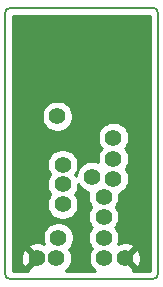
<source format=gbl>
%TF.GenerationSoftware,KiCad,Pcbnew,(6.0.0-rc1-dev-1-g01c5bdfb8)*%
%TF.CreationDate,2019-02-26T15:43:23+01:00*%
%TF.ProjectId,printhead_connector,7072696E74686561645F636F6E6E6563,rev?*%
%TF.SameCoordinates,Original*%
%TF.FileFunction,Copper,L2,Bot,Signal*%
%TF.FilePolarity,Positive*%
%FSLAX46Y46*%
G04 Gerber Fmt 4.6, Leading zero omitted, Abs format (unit mm)*
G04 Created by KiCad (PCBNEW (6.0.0-rc1-dev-1-g01c5bdfb8)) date Tue Feb 26 15:43:23 2019*
%MOMM*%
%LPD*%
G01*
G04 APERTURE LIST*
%ADD10C,0.150000*%
%ADD11C,1.400000*%
%ADD12C,0.254000*%
G04 APERTURE END LIST*
D10*
X93500000Y-85500000D02*
G75*
G02X94000000Y-85000000I500000J0D01*
G01*
X106000000Y-85000000D02*
G75*
G02X106500000Y-85500000I0J-500000D01*
G01*
X106500000Y-107500000D02*
G75*
G02X106000000Y-108000000I-500000J0D01*
G01*
X94000000Y-108000000D02*
G75*
G02X93500000Y-107500000I0J500000D01*
G01*
X93500000Y-107500000D02*
X93500000Y-85500000D01*
X106000000Y-108000000D02*
X94000000Y-108000000D01*
X106500000Y-85500000D02*
X106500000Y-107500000D01*
X94000000Y-85000000D02*
X106000000Y-85000000D01*
D11*
X103690000Y-106200000D03*
X101940000Y-106200000D03*
X101860000Y-104480000D03*
X101860000Y-102700000D03*
X101860000Y-101000000D03*
X100880000Y-99300000D03*
X102700000Y-99500000D03*
X102700000Y-97800000D03*
X102700000Y-96000000D03*
X97950000Y-94200000D03*
X98390000Y-98300000D03*
X98390000Y-99940000D03*
X98390000Y-101650000D03*
X98030000Y-104480000D03*
X97870000Y-106200000D03*
X96200000Y-106200000D03*
D12*
G36*
X105790001Y-107290000D02*
X104388746Y-107290000D01*
X104431664Y-107121269D01*
X103690000Y-106379605D01*
X103675858Y-106393748D01*
X103496253Y-106214143D01*
X103510395Y-106200000D01*
X103869605Y-106200000D01*
X104611269Y-106941664D01*
X104845037Y-106882203D01*
X104955934Y-106643758D01*
X105018183Y-106388260D01*
X105029390Y-106125527D01*
X104989125Y-105865656D01*
X104898935Y-105618634D01*
X104845037Y-105517797D01*
X104611269Y-105458336D01*
X103869605Y-106200000D01*
X103510395Y-106200000D01*
X103496253Y-106185858D01*
X103675858Y-106006253D01*
X103690000Y-106020395D01*
X104431664Y-105278731D01*
X104372203Y-105044963D01*
X104133758Y-104934066D01*
X103878260Y-104871817D01*
X103615527Y-104860610D01*
X103355656Y-104900875D01*
X103108634Y-104991065D01*
X103088943Y-105001590D01*
X103143696Y-104869405D01*
X103195000Y-104611486D01*
X103195000Y-104348514D01*
X103143696Y-104090595D01*
X103043061Y-103847641D01*
X102896962Y-103628987D01*
X102857975Y-103590000D01*
X102896962Y-103551013D01*
X103043061Y-103332359D01*
X103143696Y-103089405D01*
X103195000Y-102831486D01*
X103195000Y-102568514D01*
X103143696Y-102310595D01*
X103043061Y-102067641D01*
X102897639Y-101850000D01*
X103043061Y-101632359D01*
X103143696Y-101389405D01*
X103195000Y-101131486D01*
X103195000Y-100868514D01*
X103171375Y-100749743D01*
X103332359Y-100683061D01*
X103551013Y-100536962D01*
X103736962Y-100351013D01*
X103883061Y-100132359D01*
X103983696Y-99889405D01*
X104035000Y-99631486D01*
X104035000Y-99368514D01*
X103983696Y-99110595D01*
X103883061Y-98867641D01*
X103737639Y-98650000D01*
X103883061Y-98432359D01*
X103983696Y-98189405D01*
X104035000Y-97931486D01*
X104035000Y-97668514D01*
X103983696Y-97410595D01*
X103883061Y-97167641D01*
X103736962Y-96948987D01*
X103687975Y-96900000D01*
X103736962Y-96851013D01*
X103883061Y-96632359D01*
X103983696Y-96389405D01*
X104035000Y-96131486D01*
X104035000Y-95868514D01*
X103983696Y-95610595D01*
X103883061Y-95367641D01*
X103736962Y-95148987D01*
X103551013Y-94963038D01*
X103332359Y-94816939D01*
X103089405Y-94716304D01*
X102831486Y-94665000D01*
X102568514Y-94665000D01*
X102310595Y-94716304D01*
X102067641Y-94816939D01*
X101848987Y-94963038D01*
X101663038Y-95148987D01*
X101516939Y-95367641D01*
X101416304Y-95610595D01*
X101365000Y-95868514D01*
X101365000Y-96131486D01*
X101416304Y-96389405D01*
X101516939Y-96632359D01*
X101663038Y-96851013D01*
X101712025Y-96900000D01*
X101663038Y-96948987D01*
X101516939Y-97167641D01*
X101416304Y-97410595D01*
X101365000Y-97668514D01*
X101365000Y-97931486D01*
X101391970Y-98067072D01*
X101269405Y-98016304D01*
X101011486Y-97965000D01*
X100748514Y-97965000D01*
X100490595Y-98016304D01*
X100247641Y-98116939D01*
X100028987Y-98263038D01*
X99843038Y-98448987D01*
X99696939Y-98667641D01*
X99596304Y-98910595D01*
X99545000Y-99168514D01*
X99545000Y-99265644D01*
X99447684Y-99120000D01*
X99573061Y-98932359D01*
X99673696Y-98689405D01*
X99725000Y-98431486D01*
X99725000Y-98168514D01*
X99673696Y-97910595D01*
X99573061Y-97667641D01*
X99426962Y-97448987D01*
X99241013Y-97263038D01*
X99022359Y-97116939D01*
X98779405Y-97016304D01*
X98521486Y-96965000D01*
X98258514Y-96965000D01*
X98000595Y-97016304D01*
X97757641Y-97116939D01*
X97538987Y-97263038D01*
X97353038Y-97448987D01*
X97206939Y-97667641D01*
X97106304Y-97910595D01*
X97055000Y-98168514D01*
X97055000Y-98431486D01*
X97106304Y-98689405D01*
X97206939Y-98932359D01*
X97332316Y-99120000D01*
X97206939Y-99307641D01*
X97106304Y-99550595D01*
X97055000Y-99808514D01*
X97055000Y-100071486D01*
X97106304Y-100329405D01*
X97206939Y-100572359D01*
X97353038Y-100791013D01*
X97357025Y-100795000D01*
X97353038Y-100798987D01*
X97206939Y-101017641D01*
X97106304Y-101260595D01*
X97055000Y-101518514D01*
X97055000Y-101781486D01*
X97106304Y-102039405D01*
X97206939Y-102282359D01*
X97353038Y-102501013D01*
X97538987Y-102686962D01*
X97757641Y-102833061D01*
X98000595Y-102933696D01*
X98258514Y-102985000D01*
X98521486Y-102985000D01*
X98779405Y-102933696D01*
X99022359Y-102833061D01*
X99241013Y-102686962D01*
X99426962Y-102501013D01*
X99573061Y-102282359D01*
X99673696Y-102039405D01*
X99725000Y-101781486D01*
X99725000Y-101518514D01*
X99673696Y-101260595D01*
X99573061Y-101017641D01*
X99426962Y-100798987D01*
X99422975Y-100795000D01*
X99426962Y-100791013D01*
X99573061Y-100572359D01*
X99673696Y-100329405D01*
X99725000Y-100071486D01*
X99725000Y-99974356D01*
X99843038Y-100151013D01*
X100028987Y-100336962D01*
X100247641Y-100483061D01*
X100490595Y-100583696D01*
X100580074Y-100601495D01*
X100576304Y-100610595D01*
X100525000Y-100868514D01*
X100525000Y-101131486D01*
X100576304Y-101389405D01*
X100676939Y-101632359D01*
X100822361Y-101850000D01*
X100676939Y-102067641D01*
X100576304Y-102310595D01*
X100525000Y-102568514D01*
X100525000Y-102831486D01*
X100576304Y-103089405D01*
X100676939Y-103332359D01*
X100823038Y-103551013D01*
X100862025Y-103590000D01*
X100823038Y-103628987D01*
X100676939Y-103847641D01*
X100576304Y-104090595D01*
X100525000Y-104348514D01*
X100525000Y-104611486D01*
X100576304Y-104869405D01*
X100676939Y-105112359D01*
X100823038Y-105331013D01*
X100878194Y-105386169D01*
X100756939Y-105567641D01*
X100656304Y-105810595D01*
X100605000Y-106068514D01*
X100605000Y-106331486D01*
X100656304Y-106589405D01*
X100756939Y-106832359D01*
X100903038Y-107051013D01*
X101088987Y-107236962D01*
X101168364Y-107290000D01*
X98641636Y-107290000D01*
X98721013Y-107236962D01*
X98906962Y-107051013D01*
X99053061Y-106832359D01*
X99153696Y-106589405D01*
X99205000Y-106331486D01*
X99205000Y-106068514D01*
X99153696Y-105810595D01*
X99053061Y-105567641D01*
X98963849Y-105434126D01*
X99066962Y-105331013D01*
X99213061Y-105112359D01*
X99313696Y-104869405D01*
X99365000Y-104611486D01*
X99365000Y-104348514D01*
X99313696Y-104090595D01*
X99213061Y-103847641D01*
X99066962Y-103628987D01*
X98881013Y-103443038D01*
X98662359Y-103296939D01*
X98419405Y-103196304D01*
X98161486Y-103145000D01*
X97898514Y-103145000D01*
X97640595Y-103196304D01*
X97397641Y-103296939D01*
X97178987Y-103443038D01*
X96993038Y-103628987D01*
X96846939Y-103847641D01*
X96746304Y-104090595D01*
X96695000Y-104348514D01*
X96695000Y-104611486D01*
X96746304Y-104869405D01*
X96803947Y-105008567D01*
X96643758Y-104934066D01*
X96388260Y-104871817D01*
X96125527Y-104860610D01*
X95865656Y-104900875D01*
X95618634Y-104991065D01*
X95517797Y-105044963D01*
X95458336Y-105278731D01*
X96200000Y-106020395D01*
X96214143Y-106006253D01*
X96393748Y-106185858D01*
X96379605Y-106200000D01*
X96393748Y-106214143D01*
X96214143Y-106393748D01*
X96200000Y-106379605D01*
X95458336Y-107121269D01*
X95501254Y-107290000D01*
X94210000Y-107290000D01*
X94210000Y-106274473D01*
X94860610Y-106274473D01*
X94900875Y-106534344D01*
X94991065Y-106781366D01*
X95044963Y-106882203D01*
X95278731Y-106941664D01*
X96020395Y-106200000D01*
X95278731Y-105458336D01*
X95044963Y-105517797D01*
X94934066Y-105756242D01*
X94871817Y-106011740D01*
X94860610Y-106274473D01*
X94210000Y-106274473D01*
X94210000Y-94068514D01*
X96615000Y-94068514D01*
X96615000Y-94331486D01*
X96666304Y-94589405D01*
X96766939Y-94832359D01*
X96913038Y-95051013D01*
X97098987Y-95236962D01*
X97317641Y-95383061D01*
X97560595Y-95483696D01*
X97818514Y-95535000D01*
X98081486Y-95535000D01*
X98339405Y-95483696D01*
X98582359Y-95383061D01*
X98801013Y-95236962D01*
X98986962Y-95051013D01*
X99133061Y-94832359D01*
X99233696Y-94589405D01*
X99285000Y-94331486D01*
X99285000Y-94068514D01*
X99233696Y-93810595D01*
X99133061Y-93567641D01*
X98986962Y-93348987D01*
X98801013Y-93163038D01*
X98582359Y-93016939D01*
X98339405Y-92916304D01*
X98081486Y-92865000D01*
X97818514Y-92865000D01*
X97560595Y-92916304D01*
X97317641Y-93016939D01*
X97098987Y-93163038D01*
X96913038Y-93348987D01*
X96766939Y-93567641D01*
X96666304Y-93810595D01*
X96615000Y-94068514D01*
X94210000Y-94068514D01*
X94210000Y-85710000D01*
X105790000Y-85710000D01*
X105790001Y-107290000D01*
X105790001Y-107290000D01*
G37*
X105790001Y-107290000D02*
X104388746Y-107290000D01*
X104431664Y-107121269D01*
X103690000Y-106379605D01*
X103675858Y-106393748D01*
X103496253Y-106214143D01*
X103510395Y-106200000D01*
X103869605Y-106200000D01*
X104611269Y-106941664D01*
X104845037Y-106882203D01*
X104955934Y-106643758D01*
X105018183Y-106388260D01*
X105029390Y-106125527D01*
X104989125Y-105865656D01*
X104898935Y-105618634D01*
X104845037Y-105517797D01*
X104611269Y-105458336D01*
X103869605Y-106200000D01*
X103510395Y-106200000D01*
X103496253Y-106185858D01*
X103675858Y-106006253D01*
X103690000Y-106020395D01*
X104431664Y-105278731D01*
X104372203Y-105044963D01*
X104133758Y-104934066D01*
X103878260Y-104871817D01*
X103615527Y-104860610D01*
X103355656Y-104900875D01*
X103108634Y-104991065D01*
X103088943Y-105001590D01*
X103143696Y-104869405D01*
X103195000Y-104611486D01*
X103195000Y-104348514D01*
X103143696Y-104090595D01*
X103043061Y-103847641D01*
X102896962Y-103628987D01*
X102857975Y-103590000D01*
X102896962Y-103551013D01*
X103043061Y-103332359D01*
X103143696Y-103089405D01*
X103195000Y-102831486D01*
X103195000Y-102568514D01*
X103143696Y-102310595D01*
X103043061Y-102067641D01*
X102897639Y-101850000D01*
X103043061Y-101632359D01*
X103143696Y-101389405D01*
X103195000Y-101131486D01*
X103195000Y-100868514D01*
X103171375Y-100749743D01*
X103332359Y-100683061D01*
X103551013Y-100536962D01*
X103736962Y-100351013D01*
X103883061Y-100132359D01*
X103983696Y-99889405D01*
X104035000Y-99631486D01*
X104035000Y-99368514D01*
X103983696Y-99110595D01*
X103883061Y-98867641D01*
X103737639Y-98650000D01*
X103883061Y-98432359D01*
X103983696Y-98189405D01*
X104035000Y-97931486D01*
X104035000Y-97668514D01*
X103983696Y-97410595D01*
X103883061Y-97167641D01*
X103736962Y-96948987D01*
X103687975Y-96900000D01*
X103736962Y-96851013D01*
X103883061Y-96632359D01*
X103983696Y-96389405D01*
X104035000Y-96131486D01*
X104035000Y-95868514D01*
X103983696Y-95610595D01*
X103883061Y-95367641D01*
X103736962Y-95148987D01*
X103551013Y-94963038D01*
X103332359Y-94816939D01*
X103089405Y-94716304D01*
X102831486Y-94665000D01*
X102568514Y-94665000D01*
X102310595Y-94716304D01*
X102067641Y-94816939D01*
X101848987Y-94963038D01*
X101663038Y-95148987D01*
X101516939Y-95367641D01*
X101416304Y-95610595D01*
X101365000Y-95868514D01*
X101365000Y-96131486D01*
X101416304Y-96389405D01*
X101516939Y-96632359D01*
X101663038Y-96851013D01*
X101712025Y-96900000D01*
X101663038Y-96948987D01*
X101516939Y-97167641D01*
X101416304Y-97410595D01*
X101365000Y-97668514D01*
X101365000Y-97931486D01*
X101391970Y-98067072D01*
X101269405Y-98016304D01*
X101011486Y-97965000D01*
X100748514Y-97965000D01*
X100490595Y-98016304D01*
X100247641Y-98116939D01*
X100028987Y-98263038D01*
X99843038Y-98448987D01*
X99696939Y-98667641D01*
X99596304Y-98910595D01*
X99545000Y-99168514D01*
X99545000Y-99265644D01*
X99447684Y-99120000D01*
X99573061Y-98932359D01*
X99673696Y-98689405D01*
X99725000Y-98431486D01*
X99725000Y-98168514D01*
X99673696Y-97910595D01*
X99573061Y-97667641D01*
X99426962Y-97448987D01*
X99241013Y-97263038D01*
X99022359Y-97116939D01*
X98779405Y-97016304D01*
X98521486Y-96965000D01*
X98258514Y-96965000D01*
X98000595Y-97016304D01*
X97757641Y-97116939D01*
X97538987Y-97263038D01*
X97353038Y-97448987D01*
X97206939Y-97667641D01*
X97106304Y-97910595D01*
X97055000Y-98168514D01*
X97055000Y-98431486D01*
X97106304Y-98689405D01*
X97206939Y-98932359D01*
X97332316Y-99120000D01*
X97206939Y-99307641D01*
X97106304Y-99550595D01*
X97055000Y-99808514D01*
X97055000Y-100071486D01*
X97106304Y-100329405D01*
X97206939Y-100572359D01*
X97353038Y-100791013D01*
X97357025Y-100795000D01*
X97353038Y-100798987D01*
X97206939Y-101017641D01*
X97106304Y-101260595D01*
X97055000Y-101518514D01*
X97055000Y-101781486D01*
X97106304Y-102039405D01*
X97206939Y-102282359D01*
X97353038Y-102501013D01*
X97538987Y-102686962D01*
X97757641Y-102833061D01*
X98000595Y-102933696D01*
X98258514Y-102985000D01*
X98521486Y-102985000D01*
X98779405Y-102933696D01*
X99022359Y-102833061D01*
X99241013Y-102686962D01*
X99426962Y-102501013D01*
X99573061Y-102282359D01*
X99673696Y-102039405D01*
X99725000Y-101781486D01*
X99725000Y-101518514D01*
X99673696Y-101260595D01*
X99573061Y-101017641D01*
X99426962Y-100798987D01*
X99422975Y-100795000D01*
X99426962Y-100791013D01*
X99573061Y-100572359D01*
X99673696Y-100329405D01*
X99725000Y-100071486D01*
X99725000Y-99974356D01*
X99843038Y-100151013D01*
X100028987Y-100336962D01*
X100247641Y-100483061D01*
X100490595Y-100583696D01*
X100580074Y-100601495D01*
X100576304Y-100610595D01*
X100525000Y-100868514D01*
X100525000Y-101131486D01*
X100576304Y-101389405D01*
X100676939Y-101632359D01*
X100822361Y-101850000D01*
X100676939Y-102067641D01*
X100576304Y-102310595D01*
X100525000Y-102568514D01*
X100525000Y-102831486D01*
X100576304Y-103089405D01*
X100676939Y-103332359D01*
X100823038Y-103551013D01*
X100862025Y-103590000D01*
X100823038Y-103628987D01*
X100676939Y-103847641D01*
X100576304Y-104090595D01*
X100525000Y-104348514D01*
X100525000Y-104611486D01*
X100576304Y-104869405D01*
X100676939Y-105112359D01*
X100823038Y-105331013D01*
X100878194Y-105386169D01*
X100756939Y-105567641D01*
X100656304Y-105810595D01*
X100605000Y-106068514D01*
X100605000Y-106331486D01*
X100656304Y-106589405D01*
X100756939Y-106832359D01*
X100903038Y-107051013D01*
X101088987Y-107236962D01*
X101168364Y-107290000D01*
X98641636Y-107290000D01*
X98721013Y-107236962D01*
X98906962Y-107051013D01*
X99053061Y-106832359D01*
X99153696Y-106589405D01*
X99205000Y-106331486D01*
X99205000Y-106068514D01*
X99153696Y-105810595D01*
X99053061Y-105567641D01*
X98963849Y-105434126D01*
X99066962Y-105331013D01*
X99213061Y-105112359D01*
X99313696Y-104869405D01*
X99365000Y-104611486D01*
X99365000Y-104348514D01*
X99313696Y-104090595D01*
X99213061Y-103847641D01*
X99066962Y-103628987D01*
X98881013Y-103443038D01*
X98662359Y-103296939D01*
X98419405Y-103196304D01*
X98161486Y-103145000D01*
X97898514Y-103145000D01*
X97640595Y-103196304D01*
X97397641Y-103296939D01*
X97178987Y-103443038D01*
X96993038Y-103628987D01*
X96846939Y-103847641D01*
X96746304Y-104090595D01*
X96695000Y-104348514D01*
X96695000Y-104611486D01*
X96746304Y-104869405D01*
X96803947Y-105008567D01*
X96643758Y-104934066D01*
X96388260Y-104871817D01*
X96125527Y-104860610D01*
X95865656Y-104900875D01*
X95618634Y-104991065D01*
X95517797Y-105044963D01*
X95458336Y-105278731D01*
X96200000Y-106020395D01*
X96214143Y-106006253D01*
X96393748Y-106185858D01*
X96379605Y-106200000D01*
X96393748Y-106214143D01*
X96214143Y-106393748D01*
X96200000Y-106379605D01*
X95458336Y-107121269D01*
X95501254Y-107290000D01*
X94210000Y-107290000D01*
X94210000Y-106274473D01*
X94860610Y-106274473D01*
X94900875Y-106534344D01*
X94991065Y-106781366D01*
X95044963Y-106882203D01*
X95278731Y-106941664D01*
X96020395Y-106200000D01*
X95278731Y-105458336D01*
X95044963Y-105517797D01*
X94934066Y-105756242D01*
X94871817Y-106011740D01*
X94860610Y-106274473D01*
X94210000Y-106274473D01*
X94210000Y-94068514D01*
X96615000Y-94068514D01*
X96615000Y-94331486D01*
X96666304Y-94589405D01*
X96766939Y-94832359D01*
X96913038Y-95051013D01*
X97098987Y-95236962D01*
X97317641Y-95383061D01*
X97560595Y-95483696D01*
X97818514Y-95535000D01*
X98081486Y-95535000D01*
X98339405Y-95483696D01*
X98582359Y-95383061D01*
X98801013Y-95236962D01*
X98986962Y-95051013D01*
X99133061Y-94832359D01*
X99233696Y-94589405D01*
X99285000Y-94331486D01*
X99285000Y-94068514D01*
X99233696Y-93810595D01*
X99133061Y-93567641D01*
X98986962Y-93348987D01*
X98801013Y-93163038D01*
X98582359Y-93016939D01*
X98339405Y-92916304D01*
X98081486Y-92865000D01*
X97818514Y-92865000D01*
X97560595Y-92916304D01*
X97317641Y-93016939D01*
X97098987Y-93163038D01*
X96913038Y-93348987D01*
X96766939Y-93567641D01*
X96666304Y-93810595D01*
X96615000Y-94068514D01*
X94210000Y-94068514D01*
X94210000Y-85710000D01*
X105790000Y-85710000D01*
X105790001Y-107290000D01*
M02*

</source>
